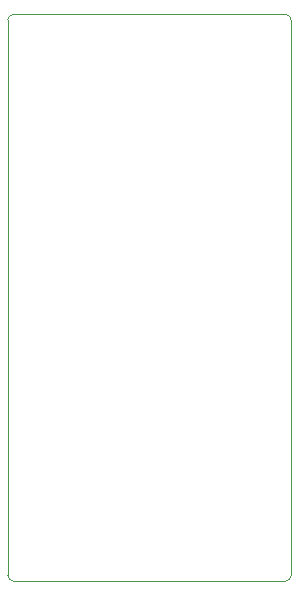
<source format=gbr>
%TF.GenerationSoftware,KiCad,Pcbnew,(6.0.6)*%
%TF.CreationDate,2022-06-28T18:53:51+02:00*%
%TF.ProjectId,thermocouples,74686572-6d6f-4636-9f75-706c65732e6b,rev?*%
%TF.SameCoordinates,Original*%
%TF.FileFunction,Profile,NP*%
%FSLAX46Y46*%
G04 Gerber Fmt 4.6, Leading zero omitted, Abs format (unit mm)*
G04 Created by KiCad (PCBNEW (6.0.6)) date 2022-06-28 18:53:51*
%MOMM*%
%LPD*%
G01*
G04 APERTURE LIST*
%TA.AperFunction,Profile*%
%ADD10C,0.100000*%
%TD*%
G04 APERTURE END LIST*
D10*
X95000000Y-89500000D02*
X95000000Y-42500000D01*
X118500000Y-90000000D02*
X95500000Y-90000000D01*
X119000000Y-42500000D02*
G75*
G03*
X118500000Y-42000000I-500000J0D01*
G01*
X119000000Y-42500000D02*
X119000000Y-89500000D01*
X106875000Y-42000000D02*
X95500000Y-42000000D01*
X95500000Y-42000000D02*
G75*
G03*
X95000000Y-42500000I0J-500000D01*
G01*
X106875000Y-42000000D02*
X118500000Y-42000000D01*
X95000000Y-89500000D02*
G75*
G03*
X95500000Y-90000000I500000J0D01*
G01*
X118500000Y-90000000D02*
G75*
G03*
X119000000Y-89500000I0J500000D01*
G01*
M02*

</source>
